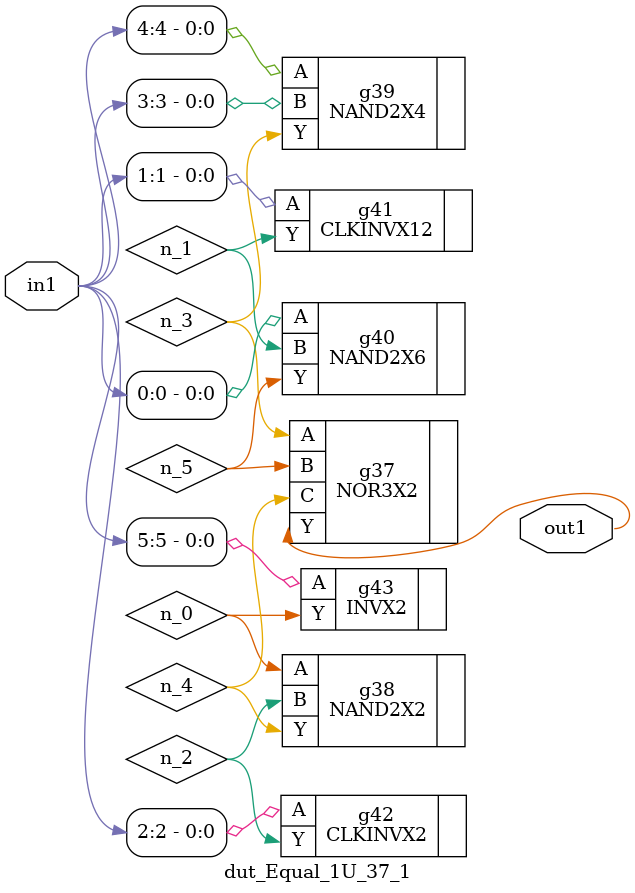
<source format=v>
`timescale 1ps / 1ps


module dut_Equal_1U_37_1(in1, out1);
  input [5:0] in1;
  output out1;
  wire [5:0] in1;
  wire out1;
  wire n_0, n_1, n_2, n_3, n_4, n_5;
  NOR3X2 g37(.A (n_3), .B (n_5), .C (n_4), .Y (out1));
  NAND2X6 g40(.A (in1[0]), .B (n_1), .Y (n_5));
  NAND2X2 g38(.A (n_0), .B (n_2), .Y (n_4));
  NAND2X4 g39(.A (in1[4]), .B (in1[3]), .Y (n_3));
  CLKINVX2 g42(.A (in1[2]), .Y (n_2));
  CLKINVX12 g41(.A (in1[1]), .Y (n_1));
  INVX2 g43(.A (in1[5]), .Y (n_0));
endmodule



</source>
